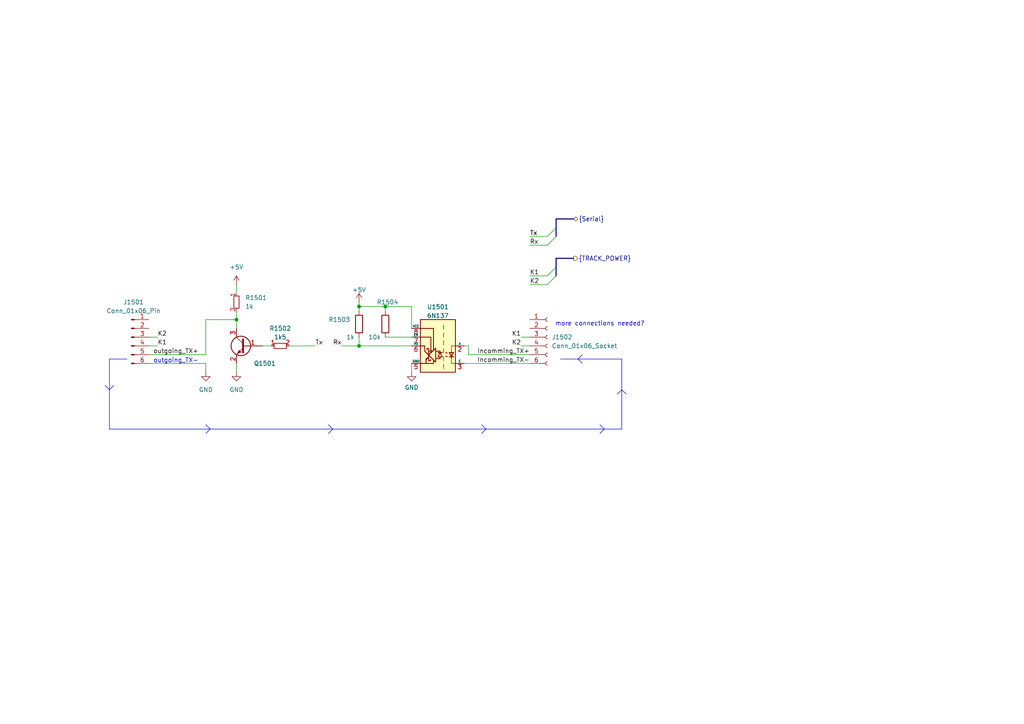
<source format=kicad_sch>
(kicad_sch (version 20231120) (generator "eeschema") (generator_version "8.0")
  (paper "A4")
  (lib_symbols
    (symbol "+5V_1" (power) (pin_numbers hide) (pin_names (offset 0) hide)
      (property "Value" "+5V" (at 0 3.556 0))
      (symbol "+5V_1_0_1"
        (polyline (pts (xy -0.762 1.27) (xy 0 2.54)))
        (polyline (pts (xy 0 0) (xy 0 2.54)))
        (polyline (pts (xy 0 2.54) (xy 0.762 1.27)))
      )
      (symbol "+5V_1_1_1"
        (pin power_in line (at 0 0 90) (length 0) (name "~") (number "1"))
      )
    )
    (symbol "Connector:Conn_01x06_Pin" (pin_names (offset 1.016) hide)
      (property "Reference" "J" (at 0 7.62 0))
      (property "Value" "Conn_01x06_Pin" (at 0 -10.16 0))
      (symbol "Conn_01x06_Pin_1_1"
        (polyline (pts (xy 1.27 -7.62) (xy 0.8636 -7.62)) (stroke (width 0.1524)))
        (polyline (pts (xy 1.27 -5.08) (xy 0.8636 -5.08)) (stroke (width 0.1524)))
        (polyline (pts (xy 1.27 -2.54) (xy 0.8636 -2.54)) (stroke (width 0.1524)))
        (polyline (pts (xy 1.27 0) (xy 0.8636 0)) (stroke (width 0.1524)))
        (polyline (pts (xy 1.27 2.54) (xy 0.8636 2.54)) (stroke (width 0.1524)))
        (polyline (pts (xy 1.27 5.08) (xy 0.8636 5.08)) (stroke (width 0.1524)))
        (rectangle (start 0.8636 -7.493) (end 0 -7.747) (stroke (width 0.1524)) (fill (type outline)))
        (rectangle (start 0.8636 -4.953) (end 0 -5.207) (stroke (width 0.1524)) (fill (type outline)))
        (rectangle (start 0.8636 -2.413) (end 0 -2.667) (stroke (width 0.1524)) (fill (type outline)))
        (rectangle (start 0.8636 0.127) (end 0 -0.127) (stroke (width 0.1524)) (fill (type outline)))
        (rectangle (start 0.8636 2.667) (end 0 2.413) (stroke (width 0.1524)) (fill (type outline)))
        (rectangle (start 0.8636 5.207) (end 0 4.953) (stroke (width 0.1524)) (fill (type outline)))
        (pin passive line (at 5.08 5.08 180) (length 3.81) (name "Pin_1") (number "1"))
        (pin passive line (at 5.08 2.54 180) (length 3.81) (name "Pin_2") (number "2"))
        (pin passive line (at 5.08 0 180) (length 3.81) (name "Pin_3") (number "3"))
        (pin passive line (at 5.08 -2.54 180) (length 3.81) (name "Pin_4") (number "4"))
        (pin passive line (at 5.08 -5.08 180) (length 3.81) (name "Pin_5") (number "5"))
        (pin passive line (at 5.08 -7.62 180) (length 3.81) (name "Pin_6") (number "6"))
      )
    )
    (symbol "Connector:Conn_01x06_Socket" (pin_names (offset 1.016) hide)
      (property "Reference" "J" (at 0 7.62 0))
      (property "Value" "Conn_01x06_Socket" (at 0 -10.16 0))
      (symbol "Conn_01x06_Socket_1_1"
        (arc (start 0 -7.112) (mid -0.5058 -7.62) (end 0 -8.128) (stroke (width 0.1524)))
        (arc (start 0 -4.572) (mid -0.5058 -5.08) (end 0 -5.588) (stroke (width 0.1524)))
        (arc (start 0 -2.032) (mid -0.5058 -2.54) (end 0 -3.048) (stroke (width 0.1524)))
        (polyline (pts (xy -1.27 -7.62) (xy -0.508 -7.62)) (stroke (width 0.1524)))
        (polyline (pts (xy -1.27 -5.08) (xy -0.508 -5.08)) (stroke (width 0.1524)))
        (polyline (pts (xy -1.27 -2.54) (xy -0.508 -2.54)) (stroke (width 0.1524)))
        (polyline (pts (xy -1.27 0) (xy -0.508 0)) (stroke (width 0.1524)))
        (polyline (pts (xy -1.27 2.54) (xy -0.508 2.54)) (stroke (width 0.1524)))
        (polyline (pts (xy -1.27 5.08) (xy -0.508 5.08)) (stroke (width 0.1524)))
        (arc (start 0 0.508) (mid -0.5058 0) (end 0 -0.508) (stroke (width 0.1524)))
        (arc (start 0 3.048) (mid -0.5058 2.54) (end 0 2.032) (stroke (width 0.1524)))
        (arc (start 0 5.588) (mid -0.5058 5.08) (end 0 4.572) (stroke (width 0.1524)))
        (pin passive line (at -5.08 5.08 0) (length 3.81) (name "Pin_1") (number "1"))
        (pin passive line (at -5.08 2.54 0) (length 3.81) (name "Pin_2") (number "2"))
        (pin passive line (at -5.08 0 0) (length 3.81) (name "Pin_3") (number "3"))
        (pin passive line (at -5.08 -2.54 0) (length 3.81) (name "Pin_4") (number "4"))
        (pin passive line (at -5.08 -5.08 0) (length 3.81) (name "Pin_5") (number "5"))
        (pin passive line (at -5.08 -7.62 0) (length 3.81) (name "Pin_6") (number "6"))
      )
    )
    (symbol "Device:R" (pin_numbers hide) (pin_names (offset 0))
      (property "Reference" "R" (at 2.032 0 90))
      (property "Value" "R" (at 0 0 90))
      (symbol "R_0_1"
        (rectangle (start -1.016 -2.54) (end 1.016 2.54) (stroke (width 0.254)))
      )
      (symbol "R_1_1"
        (pin passive line (at 0 3.81 270) (length 1.27) (name "~") (number "1"))
        (pin passive line (at 0 -3.81 90) (length 1.27) (name "~") (number "2"))
      )
    )
    (symbol "GND_1" (power) (pin_numbers hide) (pin_names (offset 0) hide)
      (property "Value" "GND" (at 0 -3.81 0))
      (symbol "GND_1_0_1"
        (polyline (pts (xy 0 0) (xy 0 -1.27) (xy 1.27 -1.27) (xy 0 -2.54) (xy -1.27 -1.27) (xy 0 -1.27)))
      )
      (symbol "GND_1_1_1"
        (pin power_in line (at 0 0 270) (length 0) (name "~") (number "1"))
      )
    )
    (symbol "Isolator:6N137" (pin_names (offset 0))
      (property "Reference" "U" (at -4.064 8.89 0))
      (property "Value" "6N137" (at 0 -8.89 0))
      (symbol "6N137_0_1"
        (polyline (pts (xy 2.667 -3.556) (xy 2.667 -1.651)) (stroke (width 0.254)))
        (polyline (pts (xy 2.667 -2.159) (xy 2.667 -2.921)) (stroke (width 0.254)))
        (polyline (pts (xy 3.429 -3.937) (xy 3.429 -5.08)) (stroke (width 0.254)))
        (polyline (pts (xy -0.635 -3.302) (xy -0.635 -3.683) (xy 0.635 -3.683)) (stroke (width 0.254)))
        (polyline (pts (xy -0.635 -1.905) (xy -0.635 -1.524) (xy 0.508 -1.524)) (stroke (width 0.254)))
        (polyline (pts (xy 1.27 -4.064) (xy 1.27 -5.08) (xy 5.08 -5.08)) (stroke (width 0.254)))
        (polyline (pts (xy 1.27 -1.27) (xy 1.27 5.08) (xy 5.08 5.08)) (stroke (width 0.254)))
        (polyline (pts (xy 2.032 -1.27) (xy 2.032 2.54) (xy 5.08 2.54)) (stroke (width 0.254)))
        (polyline (pts (xy -5.08 -5.08) (xy -3.937 -5.08) (xy -3.937 0) (xy -5.08 0)))
        (polyline (pts (xy 2.667 -3.302) (xy 2.667 -4.318) (xy 2.159 -4.318) (xy 2.159 -3.937)) (stroke (width 0.254)))
        (polyline (pts (xy 2.667 -2.667) (xy 0.635 -4.699) (xy 0.635 -0.635) (xy 2.667 -2.667)) (stroke (width 0.254)))
        (polyline (pts (xy 2.667 -1.778) (xy 2.667 -0.762) (xy 3.175 -0.762) (xy 3.175 -1.143)) (stroke (width 0.254)))
        (polyline (pts (xy 2.794 -2.54) (xy 3.81 -1.524) (xy 3.81 0) (xy 5.08 0)) (stroke (width 0.254)))
        (polyline (pts (xy 2.667 -3.175) (xy 3.429 -3.937) (xy 3.302 -3.556) (xy 3.048 -3.81) (xy 3.429 -3.937)) (stroke (width 0.254)))
        (circle (center 2.032 -1.524) (radius 0.254) (stroke (width 0.254)))
      )
      (symbol "6N137_1_1"
        (rectangle (start -5.08 7.62) (end 5.08 -7.62) (stroke (width 0.254)) (fill (type background)))
        (polyline (pts (xy -4.572 -3.175) (xy -3.302 -3.175)) (stroke (width 0.254)))
        (polyline (pts (xy -1.651 -5.334) (xy -1.651 -6.604)))
        (polyline (pts (xy -1.651 -3.048) (xy -1.651 -4.318)))
        (polyline (pts (xy -1.651 -0.762) (xy -1.651 -2.032)))
        (polyline (pts (xy -1.651 1.524) (xy -1.651 0.254)))
        (polyline (pts (xy -1.651 3.81) (xy -1.651 2.54)))
        (polyline (pts (xy -1.651 6.096) (xy -1.651 4.826)))
        (polyline (pts (xy -1.27 -1.905) (xy 0 -1.905)) (stroke (width 0.254)))
        (polyline (pts (xy -3.937 -3.175) (xy -4.572 -1.905) (xy -3.302 -1.905) (xy -3.937 -3.175)) (stroke (width 0.254)))
        (polyline (pts (xy -0.635 -1.905) (xy -1.27 -3.175) (xy 0 -3.175) (xy -0.635 -1.905)) (stroke (width 0.254)))
        (polyline (pts (xy -2.921 -3.048) (xy -2.159 -3.048) (xy -2.54 -3.175) (xy -2.54 -2.921) (xy -2.159 -3.048)) (stroke (width 0.127)))
        (polyline (pts (xy -2.921 -2.032) (xy -2.159 -2.032) (xy -2.54 -2.159) (xy -2.54 -1.905) (xy -2.159 -2.032)) (stroke (width 0.127)))
        (pin no_connect line (at -5.08 5.08 0) (length 2.54) hide (name "NC") (number "1"))
        (pin passive line (at -7.62 0 0) (length 2.54) (name "A") (number "2"))
        (pin passive line (at -7.62 -5.08 0) (length 2.54) (name "C") (number "3"))
        (pin power_in line (at 7.62 -5.08 180) (length 2.54) (name "GND") (number "5"))
        (pin open_collector line (at 7.62 0 180) (length 2.54) (name "VO") (number "6"))
        (pin input line (at 7.62 2.54 180) (length 2.54) (name "EN") (number "7"))
        (pin power_in line (at 7.62 5.08 180) (length 2.54) (name "VCC") (number "8"))
      )
    )
    (symbol "custom_kicad_lib_sk:NPN_TOR" (pin_names (offset 0) hide)
      (property "Reference" "Q" (at 5.08 1.905 0))
      (property "Value" "NPN_TOR" (at 5.08 0 0))
      (symbol "NPN_TOR_0_1"
        (polyline (pts (xy 0.635 0.635) (xy 2.54 2.54)))
        (polyline (pts (xy 0.635 -0.635) (xy 2.54 -2.54) (xy 2.54 -2.54)))
        (polyline (pts (xy 0.635 1.905) (xy 0.635 -1.905) (xy 0.635 -1.905)) (stroke (width 0.508)))
        (polyline (pts (xy 1.27 -1.778) (xy 1.778 -1.27) (xy 2.286 -2.286) (xy 1.27 -1.778) (xy 1.27 -1.778)) (fill (type outline)))
        (circle (center 1.27 0) (radius 2.8194) (stroke (width 0.254)))
      )
      (symbol "NPN_TOR_1_1"
        (pin input line (at -5.08 0 0) (length 5.715) (name "B") (number "1"))
        (pin passive line (at 2.54 -5.08 90) (length 2.54) (name "E") (number "2"))
        (pin passive line (at 2.54 5.08 270) (length 2.54) (name "C") (number "3"))
      )
    )
    (symbol "power:+5V" (power) (pin_names (offset 0))
      (property "Value" "+5V" (at 0 3.556 0))
      (symbol "+5V_0_1"
        (polyline (pts (xy -0.762 1.27) (xy 0 2.54)))
        (polyline (pts (xy 0 0) (xy 0 2.54)))
        (polyline (pts (xy 0 2.54) (xy 0.762 1.27)))
      )
      (symbol "+5V_1_1"
        (pin power_in line (at 0 0 90) (length 0) hide (name "+5V") (number "1"))
      )
    )
    (symbol "power:GND" (power) (pin_names (offset 0))
      (property "Value" "GND" (at 0 -3.81 0))
      (symbol "GND_0_1"
        (polyline (pts (xy 0 0) (xy 0 -1.27) (xy 1.27 -1.27) (xy 0 -2.54) (xy -1.27 -1.27) (xy 0 -1.27)))
      )
      (symbol "GND_1_1"
        (pin power_in line (at 0 0 270) (length 0) hide (name "GND") (number "1"))
      )
    )
    (symbol "resistors_0603:R_1k5_0603"
      (property "Reference" "R" (at 1.27 2.54 0))
      (property "Value" "1k5" (at 2.54 -2.54 0))
      (symbol "R_1k5_0603_0_1"
        (rectangle (start -0.762 1.778) (end 0.762 -1.778) (stroke (width 0.2032)))
      )
      (symbol "R_1k5_0603_1_1"
        (pin passive line (at 0 2.54 270) (length 0.762) (name "~") (number "1"))
        (pin passive line (at 0 -2.54 90) (length 0.762) (name "~") (number "2"))
      )
    )
    (symbol "resistors_0603:R_1k_0603"
      (property "Reference" "R" (at 1.27 2.54 0))
      (property "Value" "1k" (at 2.54 -2.54 0))
      (symbol "R_1k_0603_0_1"
        (rectangle (start -0.762 1.778) (end 0.762 -1.778) (stroke (width 0.2032)))
      )
      (symbol "R_1k_0603_1_1"
        (pin passive line (at 0 2.54 270) (length 0.762) (name "~") (number "1"))
        (pin passive line (at 0 -2.54 90) (length 0.762) (name "~") (number "2"))
      )
    )
  )
  (junction (at 104.14 100.33))
  (junction (at 104.14 88.9))
  (junction (at 68.58 92.71))
  (junction (at 111.76 88.9))
  (bus_entry (at 158.75 68.58) (size 2.54 -2.54))
  (bus_entry (at 158.75 80.01) (size 2.54 -2.54))
  (bus_entry (at 158.75 71.12) (size 2.54 -2.54))
  (bus_entry (at 158.75 82.55) (size 2.54 -2.54))
  (wire (pts (xy 119.38 105.41) (xy 119.38 107.95)))
  (bus (pts (xy 161.29 63.5) (xy 161.29 66.04)))
  (polyline (pts (xy 162.56 104.14) (xy 180.34 104.14)))
  (polyline (pts (xy 59.69 123.19) (xy 60.96 124.46)))
  (wire (pts (xy 111.76 88.9) (xy 111.76 90.17)))
  (wire (pts (xy 153.67 82.55) (xy 158.75 82.55)))
  (wire (pts (xy 68.58 105.41) (xy 68.58 107.95)))
  (polyline (pts (xy 36.83 104.14) (xy 31.75 104.14)))
  (polyline (pts (xy 168.91 102.87) (xy 167.64 104.14)))
  (wire (pts (xy 135.89 100.33) (xy 135.89 102.87)))
  (wire (pts (xy 68.58 90.17) (xy 68.58 92.71)))
  (wire (pts (xy 134.62 100.33) (xy 135.89 100.33)))
  (bus (pts (xy 166.37 63.5) (xy 161.29 63.5)))
  (polyline (pts (xy 173.99 123.19) (xy 175.26 124.46)))
  (wire (pts (xy 151.13 97.79) (xy 153.67 97.79)))
  (wire (pts (xy 43.18 97.79) (xy 45.72 97.79)))
  (wire (pts (xy 119.38 100.33) (xy 104.14 100.33)))
  (polyline (pts (xy 173.99 125.73) (xy 175.26 124.46)))
  (polyline (pts (xy 139.7 123.19) (xy 140.97 124.46)))
  (polyline (pts (xy 95.25 125.73) (xy 96.52 124.46)))
  (wire (pts (xy 68.58 82.55) (xy 68.58 85.09)))
  (wire (pts (xy 111.76 88.9) (xy 104.14 88.9)))
  (wire (pts (xy 135.89 102.87) (xy 153.67 102.87)))
  (wire (pts (xy 104.14 88.9) (xy 104.14 90.17)))
  (wire (pts (xy 76.2 100.33) (xy 78.74 100.33)))
  (polyline (pts (xy 179.07 114.3) (xy 180.34 113.03)))
  (wire (pts (xy 43.18 102.87) (xy 59.69 102.87)))
  (polyline (pts (xy 180.34 124.46) (xy 180.34 104.14)))
  (polyline (pts (xy 31.75 124.46) (xy 180.34 124.46)))
  (polyline (pts (xy 31.75 104.14) (xy 31.75 124.46)))
  (wire (pts (xy 153.67 71.12) (xy 158.75 71.12)))
  (wire (pts (xy 43.18 105.41) (xy 59.69 105.41)))
  (polyline (pts (xy 139.7 125.73) (xy 140.97 124.46)))
  (wire (pts (xy 59.69 92.71) (xy 68.58 92.71)))
  (polyline (pts (xy 95.25 123.19) (xy 96.52 124.46)))
  (wire (pts (xy 43.18 100.33) (xy 45.72 100.33)))
  (bus (pts (xy 161.29 77.47) (xy 161.29 80.01)))
  (wire (pts (xy 119.38 97.79) (xy 111.76 97.79)))
  (wire (pts (xy 119.38 88.9) (xy 111.76 88.9)))
  (wire (pts (xy 119.38 95.25) (xy 119.38 88.9)))
  (bus (pts (xy 161.29 74.93) (xy 166.37 74.93)))
  (wire (pts (xy 99.06 100.33) (xy 104.14 100.33)))
  (wire (pts (xy 151.13 100.33) (xy 153.67 100.33)))
  (wire (pts (xy 134.62 105.41) (xy 153.67 105.41)))
  (bus (pts (xy 161.29 74.93) (xy 161.29 77.47)))
  (wire (pts (xy 153.67 80.01) (xy 158.75 80.01)))
  (polyline (pts (xy 181.61 114.3) (xy 180.34 113.03)))
  (wire (pts (xy 153.67 68.58) (xy 158.75 68.58)))
  (wire (pts (xy 104.14 87.63) (xy 104.14 88.9)))
  (wire (pts (xy 83.82 100.33) (xy 91.44 100.33)))
  (polyline (pts (xy 31.75 113.03) (xy 33.02 111.76)))
  (wire (pts (xy 59.69 105.41) (xy 59.69 107.95)))
  (wire (pts (xy 68.58 92.71) (xy 68.58 95.25)))
  (bus (pts (xy 161.29 66.04) (xy 161.29 68.58)))
  (polyline (pts (xy 59.69 125.73) (xy 60.96 124.46)))
  (wire (pts (xy 104.14 100.33) (xy 104.14 97.79)))
  (wire (pts (xy 59.69 92.71) (xy 59.69 102.87)))
  (polyline (pts (xy 30.48 111.76) (xy 31.75 113.03)))
  (polyline (pts (xy 168.91 105.41) (xy 167.64 104.14)))
  (text "outgoing_TX-" (at 44.45 105.41 0) (effects (font (size 1.27 1.27)) (justify left bottom)))
  (text "more connections needed?\n" (at 173.99 93.98 0) (effects (font (size 1.27 1.27))))
  (label "K1" (at 151.13 97.79 180))
  (label "Incomming_TX-" (at 138.43 105.41 0))
  (label "Tx" (at 153.67 68.58 0))
  (label "Rx" (at 153.67 71.12 0))
  (label "K1" (at 45.72 100.33 0))
  (label "K2" (at 153.67 82.55 0))
  (label "K1" (at 153.67 80.01 0))
  (label "Tx" (at 153.67 68.58 0))
  (label "Tx" (at 91.44 100.33 0))
  (label "Incomming_TX+" (at 138.43 102.87 0))
  (label "Rx" (at 99.06 100.33 180))
  (label "K2" (at 151.13 100.33 180))
  (label "outgoing_TX+" (at 44.45 102.87 0))
  (label "K2" (at 45.72 97.79 0))
  (hierarchical_label "{TRACK_POWER}" (shape output) (at 166.37 74.93 0))
  (hierarchical_label "{Serial}" (shape bidirectional) (at 166.37 63.5 0))
  (symbol (lib_name "+5V_1") (lib_id "power:+5V") (at 68.58 82.55 0) (unit 1)
    (property "Reference" "#PWR0111" (effects (hide yes)))
    (property "Value" "+5V" (at 68.58 77.47 0))
    (property "Description" "Power symbol creates a global label with name \"+5V\"" (effects (hide yes)))
  )
  (symbol (lib_id "power:GND") (at 119.38 107.95 0) (mirror y) (unit 1)
    (property "Reference" "#PWR0110" (effects (hide yes)))
    (property "Value" "GND" (at 119.38 112.3934 0))
    (instances (project "CabControlPWM" (path "" (reference "#PWR0110") (unit 1))) (project "general_schematics" (path "" (reference "#PWR0112") (unit 1))))
  )
  (symbol (lib_id "resistors_0603:R_1k_0603") (at 68.58 87.63 0) (unit 1)
    (property "Reference" "R1501" (at 71.12 86.3599 0) (effects (justify left)))
    (property "Value" "1k" (at 71.12 88.8999 0) (effects (justify left)))
    (property "Footprint" "custom_kicad_lib_sk:R_0603_smalltext" (effects (hide yes)))
    (property "JLCPCB Part#" "C21190" (effects (hide yes)))
  )
  (symbol (lib_name "GND_1") (lib_id "power:GND") (at 68.58 107.95 0) (unit 1)
    (property "Reference" "#PWR0112" (effects (hide yes)))
    (property "Value" "GND" (at 68.58 113.03 0))
    (property "Description" "Power symbol creates a global label with name \"GND\" , ground" (effects (hide yes)))
  )
  (symbol (lib_id "custom_kicad_lib_sk:NPN_TOR") (at 71.12 100.33 0) (mirror y) (unit 1)
    (property "Reference" "Q1501" (at 80.01 105.41 0) (effects (justify left)))
    (property "Value" "NPN_TOR" (effects (hide yes)))
    (property "Footprint" "Package_TO_SOT_SMD:SOT-23" (effects (hide yes)))
    (property "Description" "0.6A Ic, 160V Vce, NPN Transistor, SOT-23" (effects (hide yes)))
    (property "JLCPCB Part#" "C2145" (effects (hide yes)))
  )
  (symbol (lib_id "power:+5V") (at 104.14 87.63 0) (mirror y) (unit 1)
    (property "Reference" "#PWR0109" (effects (hide yes)))
    (property "Value" "+5V" (at 104.14 84.0542 0))
    (instances (project "CabControlPWM" (path "" (reference "#PWR0109") (unit 1))) (project "general_schematics" (path "" (reference "#PWR0111") (unit 1))))
  )
  (symbol (lib_id "Connector:Conn_01x06_Socket") (at 158.75 97.79 0) (unit 1)
    (property "Reference" "J1502" (at 160.02 97.7899 0) (effects (justify left)))
    (property "Value" "Conn_01x06_Socket" (at 160.02 100.3299 0) (effects (justify left)))
    (property "Footprint" "Connector_PinSocket_2.54mm:PinSocket_1x06_P2.54mm_Horizontal" (effects (hide yes)))
    (property "Description" "Generic connector, single row, 01x06, script generated" (effects (hide yes)))
  )
  (symbol (lib_id "Device:R") (at 111.76 93.98 0) (mirror y) (unit 1)
    (property "Reference" "R1504" (at 115.57 87.63 0) (effects (justify left)))
    (property "Value" "10k" (at 110.49 97.79 0) (effects (justify left)))
    (property "Footprint" "Resistor_SMD:R_0805_2012Metric_Pad1.20x1.40mm_HandSolder" (effects (hide yes)))
    (property "JLCPCB Part#" "C17414" (effects (hide yes)))
    (instances (project "CabControlPWM" (path "" (reference "R1504") (unit 1))) (project "general_schematics" (path "" (reference "R702") (unit 1))))
  )
  (symbol (lib_id "Connector:Conn_01x06_Pin") (at 38.1 97.79 0) (unit 1)
    (property "Reference" "J1501" (at 38.735 87.63 0))
    (property "Value" "Conn_01x06_Pin" (at 38.735 90.17 0))
    (property "Footprint" "Connector_PinHeader_2.54mm:PinHeader_1x06_P2.54mm_Horizontal" (effects (hide yes)))
    (property "Description" "Generic connector, single row, 01x06, script generated" (effects (hide yes)))
  )
  (symbol (lib_id "resistors_0603:R_1k5_0603") (at 81.28 100.33 90) (unit 1)
    (property "Reference" "R1502" (at 81.28 95.25 90))
    (property "Value" "1k5" (at 81.28 97.79 90))
    (property "Footprint" "custom_kicad_lib_sk:R_0603_smalltext" (effects (hide yes)))
    (property "JLCPCB Part#" "C22843" (effects (hide yes)))
  )
  (symbol (lib_name "GND_1") (lib_id "power:GND") (at 59.69 107.95 0) (unit 1)
    (property "Reference" "#PWR0113" (effects (hide yes)))
    (property "Value" "GND" (at 59.69 113.03 0))
    (property "Description" "Power symbol creates a global label with name \"GND\" , ground" (effects (hide yes)))
  )
  (symbol (lib_id "Device:R") (at 104.14 93.98 0) (mirror y) (unit 1)
    (property "Reference" "R1503" (at 101.6 92.71 0) (effects (justify left)))
    (property "Value" "1k" (at 102.87 97.79 0) (effects (justify left)))
    (property "Footprint" "Resistor_SMD:R_0805_2012Metric_Pad1.20x1.40mm_HandSolder" (effects (hide yes)))
    (property "JLCPCB Part#" "C17414" (effects (hide yes)))
    (instances (project "CabControlPWM" (path "" (reference "R1503") (unit 1))) (project "general_schematics" (path "" (reference "R703") (unit 1))))
  )
  (symbol (lib_id "Isolator:6N137") (at 127 100.33 0) (mirror y) (unit 1)
    (property "Reference" "U1501" (at 127 89.0102 0))
    (property "Value" "6N137" (at 127 91.5471 0))
    (property "Footprint" "Package_SO:SOP-8_6.62x9.15mm_P2.54mm" (effects (hide yes)))
    (property "Datasheet" "https://datasheet.lcsc.com/szlcsc/1908282202_Everlight-Elec-6N137S1-TA_C110020.pdf" (effects (hide yes)))
    (property "JLCPCB Part#" "C110020" (effects (hide yes)))
    (instances (project "CabControlPWM" (path "" (reference "U1501") (unit 1))) (project "general_schematics" (path "" (reference "U701") (unit 1))))
  )
)
</source>
